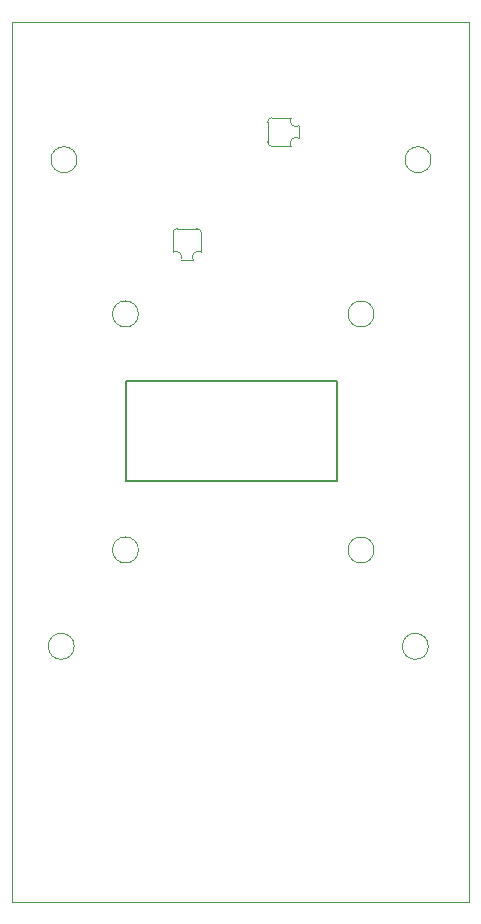
<source format=gbr>
%TF.GenerationSoftware,KiCad,Pcbnew,8.0.7*%
%TF.CreationDate,2025-02-05T17:19:32+09:00*%
%TF.ProjectId,coolpad002,636f6f6c-7061-4643-9030-322e6b696361,rev?*%
%TF.SameCoordinates,Original*%
%TF.FileFunction,Profile,NP*%
%FSLAX46Y46*%
G04 Gerber Fmt 4.6, Leading zero omitted, Abs format (unit mm)*
G04 Created by KiCad (PCBNEW 8.0.7) date 2025-02-05 17:19:32*
%MOMM*%
%LPD*%
G01*
G04 APERTURE LIST*
%TA.AperFunction,Profile*%
%ADD10C,0.050000*%
%TD*%
%TA.AperFunction,Profile*%
%ADD11C,0.200000*%
%TD*%
%TA.AperFunction,Profile*%
%ADD12C,0.120000*%
%TD*%
G04 APERTURE END LIST*
D10*
X148540000Y-44510000D02*
G75*
G02*
X146340000Y-44510000I-1100000J0D01*
G01*
X146340000Y-44510000D02*
G75*
G02*
X148540000Y-44510000I1100000J0D01*
G01*
X123160000Y-52670000D02*
G75*
G02*
X120960000Y-52670000I-1100000J0D01*
G01*
X120960000Y-52670000D02*
G75*
G02*
X123160000Y-52670000I1100000J0D01*
G01*
D11*
X145420000Y-30190000D02*
X127547107Y-30190000D01*
D10*
X148540000Y-24530000D02*
G75*
G02*
X146340000Y-24530000I-1100000J0D01*
G01*
X146340000Y-24530000D02*
G75*
G02*
X148540000Y-24530000I1100000J0D01*
G01*
X153140000Y-52670000D02*
G75*
G02*
X150940000Y-52670000I-1100000J0D01*
G01*
X150940000Y-52670000D02*
G75*
G02*
X153140000Y-52670000I1100000J0D01*
G01*
X128600000Y-24530000D02*
G75*
G02*
X126400000Y-24530000I-1100000J0D01*
G01*
X126400000Y-24530000D02*
G75*
G02*
X128600000Y-24530000I1100000J0D01*
G01*
X153370000Y-11470000D02*
G75*
G02*
X151170000Y-11470000I-1100000J0D01*
G01*
X151170000Y-11470000D02*
G75*
G02*
X153370000Y-11470000I1100000J0D01*
G01*
D11*
X145420000Y-38690000D02*
X127547107Y-38690000D01*
X127547107Y-38690000D02*
X127547107Y-30190000D01*
D10*
X117870000Y200000D02*
X156590000Y200000D01*
X156590000Y-74290000D01*
X117870000Y-74290000D01*
X117870000Y200000D01*
X128600000Y-44510000D02*
G75*
G02*
X126400000Y-44510000I-1100000J0D01*
G01*
X126400000Y-44510000D02*
G75*
G02*
X128600000Y-44510000I1100000J0D01*
G01*
X123390000Y-11470000D02*
G75*
G02*
X121190000Y-11470000I-1100000J0D01*
G01*
X121190000Y-11470000D02*
G75*
G02*
X123390000Y-11470000I1100000J0D01*
G01*
D11*
X145420000Y-38690000D02*
X145420000Y-30190000D01*
D12*
%TO.C,U3*%
X131504753Y-19285953D02*
X131504753Y-17685753D01*
X131885753Y-17304753D02*
X133536753Y-17304753D01*
X133231953Y-19971753D02*
X132190553Y-19971753D01*
X133917753Y-17685753D02*
X133917753Y-19285953D01*
X139530753Y-9948247D02*
X139530753Y-8297247D01*
X139911753Y-7916247D02*
X141511953Y-7916247D01*
X141511953Y-10329247D02*
X139911753Y-10329247D01*
X142197753Y-8602047D02*
X142197753Y-9643447D01*
X131504753Y-17685753D02*
G75*
G02*
X131885753Y-17304753I380997J3D01*
G01*
X131504753Y-19285953D02*
G75*
G02*
X132190546Y-19971749I247747J-438047D01*
G01*
X133231953Y-19971753D02*
G75*
G02*
X133917753Y-19285953I438047J247753D01*
G01*
X133536753Y-17304753D02*
G75*
G02*
X133917757Y-17685753I7J-380997D01*
G01*
X139530753Y-8297247D02*
G75*
G02*
X139911753Y-7916247I380992J8D01*
G01*
X139911753Y-10329247D02*
G75*
G02*
X139530753Y-9948247I-4J380996D01*
G01*
X141511953Y-10329247D02*
G75*
G02*
X142197753Y-9643447I438047J247753D01*
G01*
X142197753Y-8602047D02*
G75*
G02*
X141511953Y-7916247I-247753J438047D01*
G01*
%TD*%
M02*

</source>
